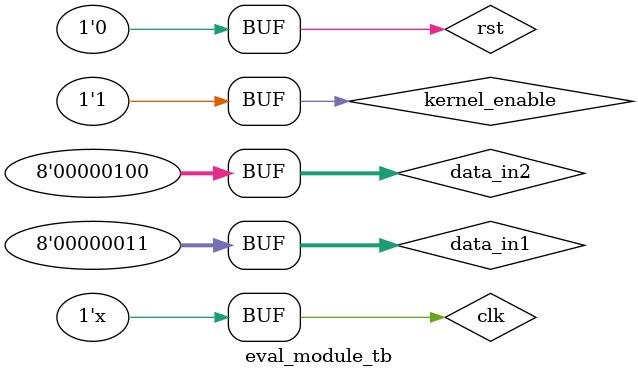
<source format=v>
`timescale 10ns / 1ps

module eval_module_tb;

reg clk;
reg rst;
reg kernel_enable;
reg [7:0]	data_in1;
reg [7:0]	data_in2;

wire [7:0]  result;

eval_module UUT(
.clk(clk),
.rst(rst),
.kernel_enable(kernel_enable),
.data_in1(data_in1),
.data_in2(data_in2)
);

initial 
begin
 clk =1;
 rst =0;
 kernel_enable= 1;
 data_in1= 3;
 data_in2= 4;
 #10;
end
 always clk = #10 ~clk;
		
endmodule
</source>
